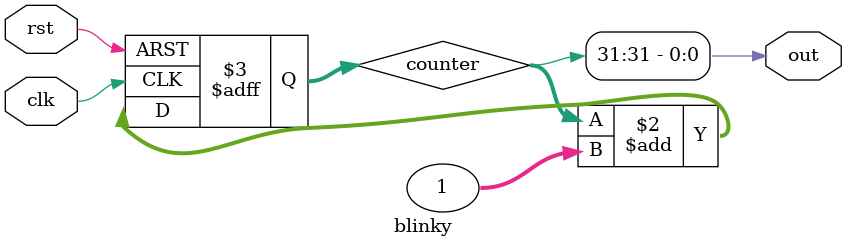
<source format=v>
`timescale 1ns / 1ps
module blinky(
    input clk,
    input rst,
    output out
    );
 
parameter width = 32;

reg [width - 1 : 0] counter;
assign out = counter[width - 1];

always @ (posedge clk or posedge rst) begin
	if (rst) begin
		counter <= 0;
	end else begin
		counter <= counter + 1;
	end
end

endmodule

</source>
